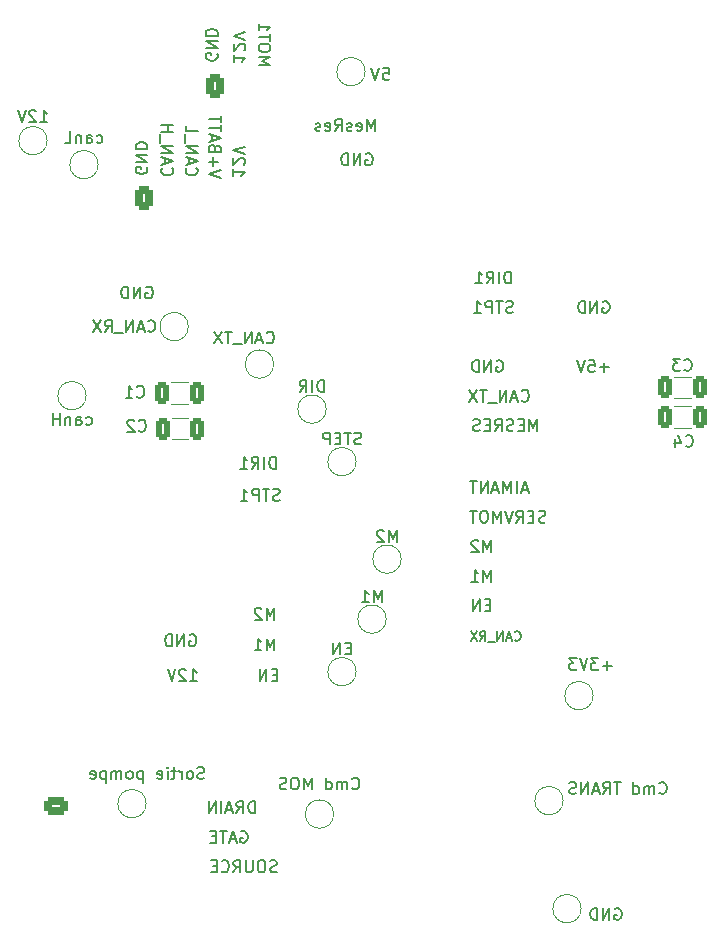
<source format=gbr>
%TF.GenerationSoftware,KiCad,Pcbnew,(6.0.0)*%
%TF.CreationDate,2022-05-13T11:53:07+02:00*%
%TF.ProjectId,Carte Actionneur petit robot JLC PCB,43617274-6520-4416-9374-696f6e6e6575,rev?*%
%TF.SameCoordinates,Original*%
%TF.FileFunction,Legend,Bot*%
%TF.FilePolarity,Positive*%
%FSLAX46Y46*%
G04 Gerber Fmt 4.6, Leading zero omitted, Abs format (unit mm)*
G04 Created by KiCad (PCBNEW (6.0.0)) date 2022-05-13 11:53:07*
%MOMM*%
%LPD*%
G01*
G04 APERTURE LIST*
G04 Aperture macros list*
%AMRoundRect*
0 Rectangle with rounded corners*
0 $1 Rounding radius*
0 $2 $3 $4 $5 $6 $7 $8 $9 X,Y pos of 4 corners*
0 Add a 4 corners polygon primitive as box body*
4,1,4,$2,$3,$4,$5,$6,$7,$8,$9,$2,$3,0*
0 Add four circle primitives for the rounded corners*
1,1,$1+$1,$2,$3*
1,1,$1+$1,$4,$5*
1,1,$1+$1,$6,$7*
1,1,$1+$1,$8,$9*
0 Add four rect primitives between the rounded corners*
20,1,$1+$1,$2,$3,$4,$5,0*
20,1,$1+$1,$4,$5,$6,$7,0*
20,1,$1+$1,$6,$7,$8,$9,0*
20,1,$1+$1,$8,$9,$2,$3,0*%
G04 Aperture macros list end*
%ADD10C,0.150000*%
%ADD11C,0.120000*%
%ADD12R,2.000000X2.000000*%
%ADD13O,2.000000X2.000000*%
%ADD14R,1.800000X1.800000*%
%ADD15O,1.800000X1.800000*%
%ADD16RoundRect,0.312500X-0.687500X0.437500X-0.687500X-0.437500X0.687500X-0.437500X0.687500X0.437500X0*%
%ADD17O,2.000000X1.500000*%
%ADD18RoundRect,0.312500X-0.437500X-0.687500X0.437500X-0.687500X0.437500X0.687500X-0.437500X0.687500X0*%
%ADD19O,1.500000X2.000000*%
%ADD20R,1.600000X1.600000*%
%ADD21O,1.600000X1.600000*%
%ADD22C,1.900000*%
%ADD23O,3.500000X3.500000*%
%ADD24C,1.600000*%
%ADD25C,2.000000*%
%ADD26R,2.000000X1.524000*%
%ADD27R,3.000000X1.050000*%
%ADD28O,3.000000X1.050000*%
%ADD29C,3.200000*%
%ADD30O,1.900000X1.900000*%
%ADD31RoundRect,0.250000X0.325000X0.650000X-0.325000X0.650000X-0.325000X-0.650000X0.325000X-0.650000X0*%
G04 APERTURE END LIST*
D10*
X164650714Y-132504761D02*
X164507857Y-132552380D01*
X164269761Y-132552380D01*
X164174523Y-132504761D01*
X164126904Y-132457142D01*
X164079285Y-132361904D01*
X164079285Y-132266666D01*
X164126904Y-132171428D01*
X164174523Y-132123809D01*
X164269761Y-132076190D01*
X164460238Y-132028571D01*
X164555476Y-131980952D01*
X164603095Y-131933333D01*
X164650714Y-131838095D01*
X164650714Y-131742857D01*
X164603095Y-131647619D01*
X164555476Y-131600000D01*
X164460238Y-131552380D01*
X164222142Y-131552380D01*
X164079285Y-131600000D01*
X163460238Y-131552380D02*
X163269761Y-131552380D01*
X163174523Y-131600000D01*
X163079285Y-131695238D01*
X163031666Y-131885714D01*
X163031666Y-132219047D01*
X163079285Y-132409523D01*
X163174523Y-132504761D01*
X163269761Y-132552380D01*
X163460238Y-132552380D01*
X163555476Y-132504761D01*
X163650714Y-132409523D01*
X163698333Y-132219047D01*
X163698333Y-131885714D01*
X163650714Y-131695238D01*
X163555476Y-131600000D01*
X163460238Y-131552380D01*
X162603095Y-131552380D02*
X162603095Y-132361904D01*
X162555476Y-132457142D01*
X162507857Y-132504761D01*
X162412619Y-132552380D01*
X162222142Y-132552380D01*
X162126904Y-132504761D01*
X162079285Y-132457142D01*
X162031666Y-132361904D01*
X162031666Y-131552380D01*
X160984047Y-132552380D02*
X161317380Y-132076190D01*
X161555476Y-132552380D02*
X161555476Y-131552380D01*
X161174523Y-131552380D01*
X161079285Y-131600000D01*
X161031666Y-131647619D01*
X160984047Y-131742857D01*
X160984047Y-131885714D01*
X161031666Y-131980952D01*
X161079285Y-132028571D01*
X161174523Y-132076190D01*
X161555476Y-132076190D01*
X159984047Y-132457142D02*
X160031666Y-132504761D01*
X160174523Y-132552380D01*
X160269761Y-132552380D01*
X160412619Y-132504761D01*
X160507857Y-132409523D01*
X160555476Y-132314285D01*
X160603095Y-132123809D01*
X160603095Y-131980952D01*
X160555476Y-131790476D01*
X160507857Y-131695238D01*
X160412619Y-131600000D01*
X160269761Y-131552380D01*
X160174523Y-131552380D01*
X160031666Y-131600000D01*
X159984047Y-131647619D01*
X159555476Y-132028571D02*
X159222142Y-132028571D01*
X159079285Y-132552380D02*
X159555476Y-132552380D01*
X159555476Y-131552380D01*
X159079285Y-131552380D01*
X158503333Y-124610761D02*
X158360476Y-124658380D01*
X158122380Y-124658380D01*
X158027142Y-124610761D01*
X157979523Y-124563142D01*
X157931904Y-124467904D01*
X157931904Y-124372666D01*
X157979523Y-124277428D01*
X158027142Y-124229809D01*
X158122380Y-124182190D01*
X158312857Y-124134571D01*
X158408095Y-124086952D01*
X158455714Y-124039333D01*
X158503333Y-123944095D01*
X158503333Y-123848857D01*
X158455714Y-123753619D01*
X158408095Y-123706000D01*
X158312857Y-123658380D01*
X158074761Y-123658380D01*
X157931904Y-123706000D01*
X157360476Y-124658380D02*
X157455714Y-124610761D01*
X157503333Y-124563142D01*
X157550952Y-124467904D01*
X157550952Y-124182190D01*
X157503333Y-124086952D01*
X157455714Y-124039333D01*
X157360476Y-123991714D01*
X157217619Y-123991714D01*
X157122380Y-124039333D01*
X157074761Y-124086952D01*
X157027142Y-124182190D01*
X157027142Y-124467904D01*
X157074761Y-124563142D01*
X157122380Y-124610761D01*
X157217619Y-124658380D01*
X157360476Y-124658380D01*
X156598571Y-124658380D02*
X156598571Y-123991714D01*
X156598571Y-124182190D02*
X156550952Y-124086952D01*
X156503333Y-124039333D01*
X156408095Y-123991714D01*
X156312857Y-123991714D01*
X156122380Y-123991714D02*
X155741428Y-123991714D01*
X155979523Y-123658380D02*
X155979523Y-124515523D01*
X155931904Y-124610761D01*
X155836666Y-124658380D01*
X155741428Y-124658380D01*
X155408095Y-124658380D02*
X155408095Y-123991714D01*
X155408095Y-123658380D02*
X155455714Y-123706000D01*
X155408095Y-123753619D01*
X155360476Y-123706000D01*
X155408095Y-123658380D01*
X155408095Y-123753619D01*
X154550952Y-124610761D02*
X154646190Y-124658380D01*
X154836666Y-124658380D01*
X154931904Y-124610761D01*
X154979523Y-124515523D01*
X154979523Y-124134571D01*
X154931904Y-124039333D01*
X154836666Y-123991714D01*
X154646190Y-123991714D01*
X154550952Y-124039333D01*
X154503333Y-124134571D01*
X154503333Y-124229809D01*
X154979523Y-124325047D01*
X153312857Y-123991714D02*
X153312857Y-124991714D01*
X153312857Y-124039333D02*
X153217619Y-123991714D01*
X153027142Y-123991714D01*
X152931904Y-124039333D01*
X152884285Y-124086952D01*
X152836666Y-124182190D01*
X152836666Y-124467904D01*
X152884285Y-124563142D01*
X152931904Y-124610761D01*
X153027142Y-124658380D01*
X153217619Y-124658380D01*
X153312857Y-124610761D01*
X152265238Y-124658380D02*
X152360476Y-124610761D01*
X152408095Y-124563142D01*
X152455714Y-124467904D01*
X152455714Y-124182190D01*
X152408095Y-124086952D01*
X152360476Y-124039333D01*
X152265238Y-123991714D01*
X152122380Y-123991714D01*
X152027142Y-124039333D01*
X151979523Y-124086952D01*
X151931904Y-124182190D01*
X151931904Y-124467904D01*
X151979523Y-124563142D01*
X152027142Y-124610761D01*
X152122380Y-124658380D01*
X152265238Y-124658380D01*
X151503333Y-124658380D02*
X151503333Y-123991714D01*
X151503333Y-124086952D02*
X151455714Y-124039333D01*
X151360476Y-123991714D01*
X151217619Y-123991714D01*
X151122380Y-124039333D01*
X151074761Y-124134571D01*
X151074761Y-124658380D01*
X151074761Y-124134571D02*
X151027142Y-124039333D01*
X150931904Y-123991714D01*
X150789047Y-123991714D01*
X150693809Y-124039333D01*
X150646190Y-124134571D01*
X150646190Y-124658380D01*
X150170000Y-123991714D02*
X150170000Y-124991714D01*
X150170000Y-124039333D02*
X150074761Y-123991714D01*
X149884285Y-123991714D01*
X149789047Y-124039333D01*
X149741428Y-124086952D01*
X149693809Y-124182190D01*
X149693809Y-124467904D01*
X149741428Y-124563142D01*
X149789047Y-124610761D01*
X149884285Y-124658380D01*
X150074761Y-124658380D01*
X150170000Y-124610761D01*
X148884285Y-124610761D02*
X148979523Y-124658380D01*
X149170000Y-124658380D01*
X149265238Y-124610761D01*
X149312857Y-124515523D01*
X149312857Y-124134571D01*
X149265238Y-124039333D01*
X149170000Y-123991714D01*
X148979523Y-123991714D01*
X148884285Y-124039333D01*
X148836666Y-124134571D01*
X148836666Y-124229809D01*
X149312857Y-124325047D01*
X164459523Y-113777380D02*
X164459523Y-112777380D01*
X164126190Y-113491666D01*
X163792857Y-112777380D01*
X163792857Y-113777380D01*
X162792857Y-113777380D02*
X163364285Y-113777380D01*
X163078571Y-113777380D02*
X163078571Y-112777380D01*
X163173809Y-112920238D01*
X163269047Y-113015476D01*
X163364285Y-113063095D01*
X182809523Y-107952380D02*
X182809523Y-106952380D01*
X182476190Y-107666666D01*
X182142857Y-106952380D01*
X182142857Y-107952380D01*
X181142857Y-107952380D02*
X181714285Y-107952380D01*
X181428571Y-107952380D02*
X181428571Y-106952380D01*
X181523809Y-107095238D01*
X181619047Y-107190476D01*
X181714285Y-107238095D01*
X153765000Y-86717142D02*
X153812619Y-86764761D01*
X153955476Y-86812380D01*
X154050714Y-86812380D01*
X154193571Y-86764761D01*
X154288809Y-86669523D01*
X154336428Y-86574285D01*
X154384047Y-86383809D01*
X154384047Y-86240952D01*
X154336428Y-86050476D01*
X154288809Y-85955238D01*
X154193571Y-85860000D01*
X154050714Y-85812380D01*
X153955476Y-85812380D01*
X153812619Y-85860000D01*
X153765000Y-85907619D01*
X153384047Y-86526666D02*
X152907857Y-86526666D01*
X153479285Y-86812380D02*
X153145952Y-85812380D01*
X152812619Y-86812380D01*
X152479285Y-86812380D02*
X152479285Y-85812380D01*
X151907857Y-86812380D01*
X151907857Y-85812380D01*
X151669761Y-86907619D02*
X150907857Y-86907619D01*
X150098333Y-86812380D02*
X150431666Y-86336190D01*
X150669761Y-86812380D02*
X150669761Y-85812380D01*
X150288809Y-85812380D01*
X150193571Y-85860000D01*
X150145952Y-85907619D01*
X150098333Y-86002857D01*
X150098333Y-86145714D01*
X150145952Y-86240952D01*
X150193571Y-86288571D01*
X150288809Y-86336190D01*
X150669761Y-86336190D01*
X149765000Y-85812380D02*
X149098333Y-86812380D01*
X149098333Y-85812380D02*
X149765000Y-86812380D01*
X164688095Y-115828571D02*
X164354761Y-115828571D01*
X164211904Y-116352380D02*
X164688095Y-116352380D01*
X164688095Y-115352380D01*
X164211904Y-115352380D01*
X163783333Y-116352380D02*
X163783333Y-115352380D01*
X163211904Y-116352380D01*
X163211904Y-115352380D01*
X160947619Y-73019047D02*
X160947619Y-73590476D01*
X160947619Y-73304761D02*
X161947619Y-73304761D01*
X161804761Y-73400000D01*
X161709523Y-73495238D01*
X161661904Y-73590476D01*
X161852380Y-72638095D02*
X161900000Y-72590476D01*
X161947619Y-72495238D01*
X161947619Y-72257142D01*
X161900000Y-72161904D01*
X161852380Y-72114285D01*
X161757142Y-72066666D01*
X161661904Y-72066666D01*
X161519047Y-72114285D01*
X160947619Y-72685714D01*
X160947619Y-72066666D01*
X161947619Y-71780952D02*
X160947619Y-71447619D01*
X161947619Y-71114285D01*
X173529523Y-109672380D02*
X173529523Y-108672380D01*
X173196190Y-109386666D01*
X172862857Y-108672380D01*
X172862857Y-109672380D01*
X171862857Y-109672380D02*
X172434285Y-109672380D01*
X172148571Y-109672380D02*
X172148571Y-108672380D01*
X172243809Y-108815238D01*
X172339047Y-108910476D01*
X172434285Y-108958095D01*
X173672476Y-64476380D02*
X174148666Y-64476380D01*
X174196285Y-64952571D01*
X174148666Y-64904952D01*
X174053428Y-64857333D01*
X173815333Y-64857333D01*
X173720095Y-64904952D01*
X173672476Y-64952571D01*
X173624857Y-65047809D01*
X173624857Y-65285904D01*
X173672476Y-65381142D01*
X173720095Y-65428761D01*
X173815333Y-65476380D01*
X174053428Y-65476380D01*
X174148666Y-65428761D01*
X174196285Y-65381142D01*
X173339142Y-64476380D02*
X173005809Y-65476380D01*
X172672476Y-64476380D01*
X163122619Y-64189285D02*
X164122619Y-64189285D01*
X163408333Y-63855952D01*
X164122619Y-63522619D01*
X163122619Y-63522619D01*
X164122619Y-62855952D02*
X164122619Y-62665476D01*
X164075000Y-62570238D01*
X163979761Y-62475000D01*
X163789285Y-62427380D01*
X163455952Y-62427380D01*
X163265476Y-62475000D01*
X163170238Y-62570238D01*
X163122619Y-62665476D01*
X163122619Y-62855952D01*
X163170238Y-62951190D01*
X163265476Y-63046428D01*
X163455952Y-63094047D01*
X163789285Y-63094047D01*
X163979761Y-63046428D01*
X164075000Y-62951190D01*
X164122619Y-62855952D01*
X164122619Y-62141666D02*
X164122619Y-61570238D01*
X163122619Y-61855952D02*
X164122619Y-61855952D01*
X163122619Y-60713095D02*
X163122619Y-61284523D01*
X163122619Y-60998809D02*
X164122619Y-60998809D01*
X163979761Y-61094047D01*
X163884523Y-61189285D01*
X163836904Y-61284523D01*
X161615000Y-129100000D02*
X161710238Y-129052380D01*
X161853095Y-129052380D01*
X161995952Y-129100000D01*
X162091190Y-129195238D01*
X162138809Y-129290476D01*
X162186428Y-129480952D01*
X162186428Y-129623809D01*
X162138809Y-129814285D01*
X162091190Y-129909523D01*
X161995952Y-130004761D01*
X161853095Y-130052380D01*
X161757857Y-130052380D01*
X161615000Y-130004761D01*
X161567380Y-129957142D01*
X161567380Y-129623809D01*
X161757857Y-129623809D01*
X161186428Y-129766666D02*
X160710238Y-129766666D01*
X161281666Y-130052380D02*
X160948333Y-129052380D01*
X160615000Y-130052380D01*
X160424523Y-129052380D02*
X159853095Y-129052380D01*
X160138809Y-130052380D02*
X160138809Y-129052380D01*
X159519761Y-129528571D02*
X159186428Y-129528571D01*
X159043571Y-130052380D02*
X159519761Y-130052380D01*
X159519761Y-129052380D01*
X159043571Y-129052380D01*
X185380952Y-92607142D02*
X185428571Y-92654761D01*
X185571428Y-92702380D01*
X185666666Y-92702380D01*
X185809523Y-92654761D01*
X185904761Y-92559523D01*
X185952380Y-92464285D01*
X186000000Y-92273809D01*
X186000000Y-92130952D01*
X185952380Y-91940476D01*
X185904761Y-91845238D01*
X185809523Y-91750000D01*
X185666666Y-91702380D01*
X185571428Y-91702380D01*
X185428571Y-91750000D01*
X185380952Y-91797619D01*
X185000000Y-92416666D02*
X184523809Y-92416666D01*
X185095238Y-92702380D02*
X184761904Y-91702380D01*
X184428571Y-92702380D01*
X184095238Y-92702380D02*
X184095238Y-91702380D01*
X183523809Y-92702380D01*
X183523809Y-91702380D01*
X183285714Y-92797619D02*
X182523809Y-92797619D01*
X182428571Y-91702380D02*
X181857142Y-91702380D01*
X182142857Y-92702380D02*
X182142857Y-91702380D01*
X181619047Y-91702380D02*
X180952380Y-92702380D01*
X180952380Y-91702380D02*
X181619047Y-92702380D01*
X153586904Y-83025000D02*
X153682142Y-82977380D01*
X153825000Y-82977380D01*
X153967857Y-83025000D01*
X154063095Y-83120238D01*
X154110714Y-83215476D01*
X154158333Y-83405952D01*
X154158333Y-83548809D01*
X154110714Y-83739285D01*
X154063095Y-83834523D01*
X153967857Y-83929761D01*
X153825000Y-83977380D01*
X153729761Y-83977380D01*
X153586904Y-83929761D01*
X153539285Y-83882142D01*
X153539285Y-83548809D01*
X153729761Y-83548809D01*
X153110714Y-83977380D02*
X153110714Y-82977380D01*
X152539285Y-83977380D01*
X152539285Y-82977380D01*
X152063095Y-83977380D02*
X152063095Y-82977380D01*
X151825000Y-82977380D01*
X151682142Y-83025000D01*
X151586904Y-83120238D01*
X151539285Y-83215476D01*
X151491666Y-83405952D01*
X151491666Y-83548809D01*
X151539285Y-83739285D01*
X151586904Y-83834523D01*
X151682142Y-83929761D01*
X151825000Y-83977380D01*
X152063095Y-83977380D01*
X184800000Y-112885714D02*
X184838095Y-112923809D01*
X184952380Y-112961904D01*
X185028571Y-112961904D01*
X185142857Y-112923809D01*
X185219047Y-112847619D01*
X185257142Y-112771428D01*
X185295238Y-112619047D01*
X185295238Y-112504761D01*
X185257142Y-112352380D01*
X185219047Y-112276190D01*
X185142857Y-112200000D01*
X185028571Y-112161904D01*
X184952380Y-112161904D01*
X184838095Y-112200000D01*
X184800000Y-112238095D01*
X184495238Y-112733333D02*
X184114285Y-112733333D01*
X184571428Y-112961904D02*
X184304761Y-112161904D01*
X184038095Y-112961904D01*
X183771428Y-112961904D02*
X183771428Y-112161904D01*
X183314285Y-112961904D01*
X183314285Y-112161904D01*
X183123809Y-113038095D02*
X182514285Y-113038095D01*
X181866666Y-112961904D02*
X182133333Y-112580952D01*
X182323809Y-112961904D02*
X182323809Y-112161904D01*
X182019047Y-112161904D01*
X181942857Y-112200000D01*
X181904761Y-112238095D01*
X181866666Y-112314285D01*
X181866666Y-112428571D01*
X181904761Y-112504761D01*
X181942857Y-112542857D01*
X182019047Y-112580952D01*
X182323809Y-112580952D01*
X181600000Y-112161904D02*
X181066666Y-112961904D01*
X181066666Y-112161904D02*
X181600000Y-112961904D01*
X164576190Y-98377380D02*
X164576190Y-97377380D01*
X164338095Y-97377380D01*
X164195238Y-97425000D01*
X164100000Y-97520238D01*
X164052380Y-97615476D01*
X164004761Y-97805952D01*
X164004761Y-97948809D01*
X164052380Y-98139285D01*
X164100000Y-98234523D01*
X164195238Y-98329761D01*
X164338095Y-98377380D01*
X164576190Y-98377380D01*
X163576190Y-98377380D02*
X163576190Y-97377380D01*
X162528571Y-98377380D02*
X162861904Y-97901190D01*
X163100000Y-98377380D02*
X163100000Y-97377380D01*
X162719047Y-97377380D01*
X162623809Y-97425000D01*
X162576190Y-97472619D01*
X162528571Y-97567857D01*
X162528571Y-97710714D01*
X162576190Y-97805952D01*
X162623809Y-97853571D01*
X162719047Y-97901190D01*
X163100000Y-97901190D01*
X161576190Y-98377380D02*
X162147619Y-98377380D01*
X161861904Y-98377380D02*
X161861904Y-97377380D01*
X161957142Y-97520238D01*
X162052380Y-97615476D01*
X162147619Y-97663095D01*
X193011904Y-115071428D02*
X192250000Y-115071428D01*
X192630952Y-115452380D02*
X192630952Y-114690476D01*
X191869047Y-114452380D02*
X191250000Y-114452380D01*
X191583333Y-114833333D01*
X191440476Y-114833333D01*
X191345238Y-114880952D01*
X191297619Y-114928571D01*
X191250000Y-115023809D01*
X191250000Y-115261904D01*
X191297619Y-115357142D01*
X191345238Y-115404761D01*
X191440476Y-115452380D01*
X191726190Y-115452380D01*
X191821428Y-115404761D01*
X191869047Y-115357142D01*
X190964285Y-114452380D02*
X190630952Y-115452380D01*
X190297619Y-114452380D01*
X190059523Y-114452380D02*
X189440476Y-114452380D01*
X189773809Y-114833333D01*
X189630952Y-114833333D01*
X189535714Y-114880952D01*
X189488095Y-114928571D01*
X189440476Y-115023809D01*
X189440476Y-115261904D01*
X189488095Y-115357142D01*
X189535714Y-115404761D01*
X189630952Y-115452380D01*
X189916666Y-115452380D01*
X190011904Y-115404761D01*
X190059523Y-115357142D01*
X154992857Y-72947619D02*
X154945238Y-72995238D01*
X154897619Y-73138095D01*
X154897619Y-73233333D01*
X154945238Y-73376190D01*
X155040476Y-73471428D01*
X155135714Y-73519047D01*
X155326190Y-73566666D01*
X155469047Y-73566666D01*
X155659523Y-73519047D01*
X155754761Y-73471428D01*
X155850000Y-73376190D01*
X155897619Y-73233333D01*
X155897619Y-73138095D01*
X155850000Y-72995238D01*
X155802380Y-72947619D01*
X155183333Y-72566666D02*
X155183333Y-72090476D01*
X154897619Y-72661904D02*
X155897619Y-72328571D01*
X154897619Y-71995238D01*
X154897619Y-71661904D02*
X155897619Y-71661904D01*
X154897619Y-71090476D01*
X155897619Y-71090476D01*
X154802380Y-70852380D02*
X154802380Y-70090476D01*
X154897619Y-69852380D02*
X155897619Y-69852380D01*
X155421428Y-69852380D02*
X155421428Y-69280952D01*
X154897619Y-69280952D02*
X155897619Y-69280952D01*
X192261904Y-84250000D02*
X192357142Y-84202380D01*
X192500000Y-84202380D01*
X192642857Y-84250000D01*
X192738095Y-84345238D01*
X192785714Y-84440476D01*
X192833333Y-84630952D01*
X192833333Y-84773809D01*
X192785714Y-84964285D01*
X192738095Y-85059523D01*
X192642857Y-85154761D01*
X192500000Y-85202380D01*
X192404761Y-85202380D01*
X192261904Y-85154761D01*
X192214285Y-85107142D01*
X192214285Y-84773809D01*
X192404761Y-84773809D01*
X191785714Y-85202380D02*
X191785714Y-84202380D01*
X191214285Y-85202380D01*
X191214285Y-84202380D01*
X190738095Y-85202380D02*
X190738095Y-84202380D01*
X190500000Y-84202380D01*
X190357142Y-84250000D01*
X190261904Y-84345238D01*
X190214285Y-84440476D01*
X190166666Y-84630952D01*
X190166666Y-84773809D01*
X190214285Y-84964285D01*
X190261904Y-85059523D01*
X190357142Y-85154761D01*
X190500000Y-85202380D01*
X190738095Y-85202380D01*
X144637047Y-69032380D02*
X145208476Y-69032380D01*
X144922761Y-69032380D02*
X144922761Y-68032380D01*
X145018000Y-68175238D01*
X145113238Y-68270476D01*
X145208476Y-68318095D01*
X144256095Y-68127619D02*
X144208476Y-68080000D01*
X144113238Y-68032380D01*
X143875142Y-68032380D01*
X143779904Y-68080000D01*
X143732285Y-68127619D01*
X143684666Y-68222857D01*
X143684666Y-68318095D01*
X143732285Y-68460952D01*
X144303714Y-69032380D01*
X143684666Y-69032380D01*
X143398952Y-68032380D02*
X143065619Y-69032380D01*
X142732285Y-68032380D01*
X192785714Y-89821428D02*
X192023809Y-89821428D01*
X192404761Y-90202380D02*
X192404761Y-89440476D01*
X191071428Y-89202380D02*
X191547619Y-89202380D01*
X191595238Y-89678571D01*
X191547619Y-89630952D01*
X191452380Y-89583333D01*
X191214285Y-89583333D01*
X191119047Y-89630952D01*
X191071428Y-89678571D01*
X191023809Y-89773809D01*
X191023809Y-90011904D01*
X191071428Y-90107142D01*
X191119047Y-90154761D01*
X191214285Y-90202380D01*
X191452380Y-90202380D01*
X191547619Y-90154761D01*
X191595238Y-90107142D01*
X190738095Y-89202380D02*
X190404761Y-90202380D01*
X190071428Y-89202380D01*
X174799523Y-104592380D02*
X174799523Y-103592380D01*
X174466190Y-104306666D01*
X174132857Y-103592380D01*
X174132857Y-104592380D01*
X173704285Y-103687619D02*
X173656666Y-103640000D01*
X173561428Y-103592380D01*
X173323333Y-103592380D01*
X173228095Y-103640000D01*
X173180476Y-103687619D01*
X173132857Y-103782857D01*
X173132857Y-103878095D01*
X173180476Y-104020952D01*
X173751904Y-104592380D01*
X173132857Y-104592380D01*
X157286904Y-112475000D02*
X157382142Y-112427380D01*
X157525000Y-112427380D01*
X157667857Y-112475000D01*
X157763095Y-112570238D01*
X157810714Y-112665476D01*
X157858333Y-112855952D01*
X157858333Y-112998809D01*
X157810714Y-113189285D01*
X157763095Y-113284523D01*
X157667857Y-113379761D01*
X157525000Y-113427380D01*
X157429761Y-113427380D01*
X157286904Y-113379761D01*
X157239285Y-113332142D01*
X157239285Y-112998809D01*
X157429761Y-112998809D01*
X156810714Y-113427380D02*
X156810714Y-112427380D01*
X156239285Y-113427380D01*
X156239285Y-112427380D01*
X155763095Y-113427380D02*
X155763095Y-112427380D01*
X155525000Y-112427380D01*
X155382142Y-112475000D01*
X155286904Y-112570238D01*
X155239285Y-112665476D01*
X155191666Y-112855952D01*
X155191666Y-112998809D01*
X155239285Y-113189285D01*
X155286904Y-113284523D01*
X155382142Y-113379761D01*
X155525000Y-113427380D01*
X155763095Y-113427380D01*
X187392857Y-102904761D02*
X187250000Y-102952380D01*
X187011904Y-102952380D01*
X186916666Y-102904761D01*
X186869047Y-102857142D01*
X186821428Y-102761904D01*
X186821428Y-102666666D01*
X186869047Y-102571428D01*
X186916666Y-102523809D01*
X187011904Y-102476190D01*
X187202380Y-102428571D01*
X187297619Y-102380952D01*
X187345238Y-102333333D01*
X187392857Y-102238095D01*
X187392857Y-102142857D01*
X187345238Y-102047619D01*
X187297619Y-102000000D01*
X187202380Y-101952380D01*
X186964285Y-101952380D01*
X186821428Y-102000000D01*
X186392857Y-102428571D02*
X186059523Y-102428571D01*
X185916666Y-102952380D02*
X186392857Y-102952380D01*
X186392857Y-101952380D01*
X185916666Y-101952380D01*
X184916666Y-102952380D02*
X185250000Y-102476190D01*
X185488095Y-102952380D02*
X185488095Y-101952380D01*
X185107142Y-101952380D01*
X185011904Y-102000000D01*
X184964285Y-102047619D01*
X184916666Y-102142857D01*
X184916666Y-102285714D01*
X184964285Y-102380952D01*
X185011904Y-102428571D01*
X185107142Y-102476190D01*
X185488095Y-102476190D01*
X184630952Y-101952380D02*
X184297619Y-102952380D01*
X183964285Y-101952380D01*
X183630952Y-102952380D02*
X183630952Y-101952380D01*
X183297619Y-102666666D01*
X182964285Y-101952380D01*
X182964285Y-102952380D01*
X182297619Y-101952380D02*
X182107142Y-101952380D01*
X182011904Y-102000000D01*
X181916666Y-102095238D01*
X181869047Y-102285714D01*
X181869047Y-102619047D01*
X181916666Y-102809523D01*
X182011904Y-102904761D01*
X182107142Y-102952380D01*
X182297619Y-102952380D01*
X182392857Y-102904761D01*
X182488095Y-102809523D01*
X182535714Y-102619047D01*
X182535714Y-102285714D01*
X182488095Y-102095238D01*
X182392857Y-102000000D01*
X182297619Y-101952380D01*
X181583333Y-101952380D02*
X181011904Y-101952380D01*
X181297619Y-102952380D02*
X181297619Y-101952380D01*
X162817380Y-127552380D02*
X162817380Y-126552380D01*
X162579285Y-126552380D01*
X162436428Y-126600000D01*
X162341190Y-126695238D01*
X162293571Y-126790476D01*
X162245952Y-126980952D01*
X162245952Y-127123809D01*
X162293571Y-127314285D01*
X162341190Y-127409523D01*
X162436428Y-127504761D01*
X162579285Y-127552380D01*
X162817380Y-127552380D01*
X161245952Y-127552380D02*
X161579285Y-127076190D01*
X161817380Y-127552380D02*
X161817380Y-126552380D01*
X161436428Y-126552380D01*
X161341190Y-126600000D01*
X161293571Y-126647619D01*
X161245952Y-126742857D01*
X161245952Y-126885714D01*
X161293571Y-126980952D01*
X161341190Y-127028571D01*
X161436428Y-127076190D01*
X161817380Y-127076190D01*
X160865000Y-127266666D02*
X160388809Y-127266666D01*
X160960238Y-127552380D02*
X160626904Y-126552380D01*
X160293571Y-127552380D01*
X159960238Y-127552380D02*
X159960238Y-126552380D01*
X159484047Y-127552380D02*
X159484047Y-126552380D01*
X158912619Y-127552380D01*
X158912619Y-126552380D01*
X153650000Y-72861904D02*
X153697619Y-72957142D01*
X153697619Y-73100000D01*
X153650000Y-73242857D01*
X153554761Y-73338095D01*
X153459523Y-73385714D01*
X153269047Y-73433333D01*
X153126190Y-73433333D01*
X152935714Y-73385714D01*
X152840476Y-73338095D01*
X152745238Y-73242857D01*
X152697619Y-73100000D01*
X152697619Y-73004761D01*
X152745238Y-72861904D01*
X152792857Y-72814285D01*
X153126190Y-72814285D01*
X153126190Y-73004761D01*
X152697619Y-72385714D02*
X153697619Y-72385714D01*
X152697619Y-71814285D01*
X153697619Y-71814285D01*
X152697619Y-71338095D02*
X153697619Y-71338095D01*
X153697619Y-71100000D01*
X153650000Y-70957142D01*
X153554761Y-70861904D01*
X153459523Y-70814285D01*
X153269047Y-70766666D01*
X153126190Y-70766666D01*
X152935714Y-70814285D01*
X152840476Y-70861904D01*
X152745238Y-70957142D01*
X152697619Y-71100000D01*
X152697619Y-71338095D01*
X164892857Y-101054761D02*
X164750000Y-101102380D01*
X164511904Y-101102380D01*
X164416666Y-101054761D01*
X164369047Y-101007142D01*
X164321428Y-100911904D01*
X164321428Y-100816666D01*
X164369047Y-100721428D01*
X164416666Y-100673809D01*
X164511904Y-100626190D01*
X164702380Y-100578571D01*
X164797619Y-100530952D01*
X164845238Y-100483333D01*
X164892857Y-100388095D01*
X164892857Y-100292857D01*
X164845238Y-100197619D01*
X164797619Y-100150000D01*
X164702380Y-100102380D01*
X164464285Y-100102380D01*
X164321428Y-100150000D01*
X164035714Y-100102380D02*
X163464285Y-100102380D01*
X163750000Y-101102380D02*
X163750000Y-100102380D01*
X163130952Y-101102380D02*
X163130952Y-100102380D01*
X162750000Y-100102380D01*
X162654761Y-100150000D01*
X162607142Y-100197619D01*
X162559523Y-100292857D01*
X162559523Y-100435714D01*
X162607142Y-100530952D01*
X162654761Y-100578571D01*
X162750000Y-100626190D01*
X163130952Y-100626190D01*
X161607142Y-101102380D02*
X162178571Y-101102380D01*
X161892857Y-101102380D02*
X161892857Y-100102380D01*
X161988095Y-100245238D01*
X162083333Y-100340476D01*
X162178571Y-100388095D01*
X184476190Y-82702380D02*
X184476190Y-81702380D01*
X184238095Y-81702380D01*
X184095238Y-81750000D01*
X184000000Y-81845238D01*
X183952380Y-81940476D01*
X183904761Y-82130952D01*
X183904761Y-82273809D01*
X183952380Y-82464285D01*
X184000000Y-82559523D01*
X184095238Y-82654761D01*
X184238095Y-82702380D01*
X184476190Y-82702380D01*
X183476190Y-82702380D02*
X183476190Y-81702380D01*
X182428571Y-82702380D02*
X182761904Y-82226190D01*
X183000000Y-82702380D02*
X183000000Y-81702380D01*
X182619047Y-81702380D01*
X182523809Y-81750000D01*
X182476190Y-81797619D01*
X182428571Y-81892857D01*
X182428571Y-82035714D01*
X182476190Y-82130952D01*
X182523809Y-82178571D01*
X182619047Y-82226190D01*
X183000000Y-82226190D01*
X181476190Y-82702380D02*
X182047619Y-82702380D01*
X181761904Y-82702380D02*
X181761904Y-81702380D01*
X181857142Y-81845238D01*
X181952380Y-81940476D01*
X182047619Y-81988095D01*
X171799047Y-96289761D02*
X171656190Y-96337380D01*
X171418095Y-96337380D01*
X171322857Y-96289761D01*
X171275238Y-96242142D01*
X171227619Y-96146904D01*
X171227619Y-96051666D01*
X171275238Y-95956428D01*
X171322857Y-95908809D01*
X171418095Y-95861190D01*
X171608571Y-95813571D01*
X171703809Y-95765952D01*
X171751428Y-95718333D01*
X171799047Y-95623095D01*
X171799047Y-95527857D01*
X171751428Y-95432619D01*
X171703809Y-95385000D01*
X171608571Y-95337380D01*
X171370476Y-95337380D01*
X171227619Y-95385000D01*
X170941904Y-95337380D02*
X170370476Y-95337380D01*
X170656190Y-96337380D02*
X170656190Y-95337380D01*
X170037142Y-95813571D02*
X169703809Y-95813571D01*
X169560952Y-96337380D02*
X170037142Y-96337380D01*
X170037142Y-95337380D01*
X169560952Y-95337380D01*
X169132380Y-96337380D02*
X169132380Y-95337380D01*
X168751428Y-95337380D01*
X168656190Y-95385000D01*
X168608571Y-95432619D01*
X168560952Y-95527857D01*
X168560952Y-95670714D01*
X168608571Y-95765952D01*
X168656190Y-95813571D01*
X168751428Y-95861190D01*
X169132380Y-95861190D01*
X182809523Y-105452380D02*
X182809523Y-104452380D01*
X182476190Y-105166666D01*
X182142857Y-104452380D01*
X182142857Y-105452380D01*
X181714285Y-104547619D02*
X181666666Y-104500000D01*
X181571428Y-104452380D01*
X181333333Y-104452380D01*
X181238095Y-104500000D01*
X181190476Y-104547619D01*
X181142857Y-104642857D01*
X181142857Y-104738095D01*
X181190476Y-104880952D01*
X181761904Y-105452380D01*
X181142857Y-105452380D01*
X163805952Y-87682142D02*
X163853571Y-87729761D01*
X163996428Y-87777380D01*
X164091666Y-87777380D01*
X164234523Y-87729761D01*
X164329761Y-87634523D01*
X164377380Y-87539285D01*
X164425000Y-87348809D01*
X164425000Y-87205952D01*
X164377380Y-87015476D01*
X164329761Y-86920238D01*
X164234523Y-86825000D01*
X164091666Y-86777380D01*
X163996428Y-86777380D01*
X163853571Y-86825000D01*
X163805952Y-86872619D01*
X163425000Y-87491666D02*
X162948809Y-87491666D01*
X163520238Y-87777380D02*
X163186904Y-86777380D01*
X162853571Y-87777380D01*
X162520238Y-87777380D02*
X162520238Y-86777380D01*
X161948809Y-87777380D01*
X161948809Y-86777380D01*
X161710714Y-87872619D02*
X160948809Y-87872619D01*
X160853571Y-86777380D02*
X160282142Y-86777380D01*
X160567857Y-87777380D02*
X160567857Y-86777380D01*
X160044047Y-86777380D02*
X159377380Y-87777380D01*
X159377380Y-86777380D02*
X160044047Y-87777380D01*
X183261904Y-89250000D02*
X183357142Y-89202380D01*
X183500000Y-89202380D01*
X183642857Y-89250000D01*
X183738095Y-89345238D01*
X183785714Y-89440476D01*
X183833333Y-89630952D01*
X183833333Y-89773809D01*
X183785714Y-89964285D01*
X183738095Y-90059523D01*
X183642857Y-90154761D01*
X183500000Y-90202380D01*
X183404761Y-90202380D01*
X183261904Y-90154761D01*
X183214285Y-90107142D01*
X183214285Y-89773809D01*
X183404761Y-89773809D01*
X182785714Y-90202380D02*
X182785714Y-89202380D01*
X182214285Y-90202380D01*
X182214285Y-89202380D01*
X181738095Y-90202380D02*
X181738095Y-89202380D01*
X181500000Y-89202380D01*
X181357142Y-89250000D01*
X181261904Y-89345238D01*
X181214285Y-89440476D01*
X181166666Y-89630952D01*
X181166666Y-89773809D01*
X181214285Y-89964285D01*
X181261904Y-90059523D01*
X181357142Y-90154761D01*
X181500000Y-90202380D01*
X181738095Y-90202380D01*
X172950000Y-69802380D02*
X172950000Y-68802380D01*
X172616666Y-69516666D01*
X172283333Y-68802380D01*
X172283333Y-69802380D01*
X171426190Y-69754761D02*
X171521428Y-69802380D01*
X171711904Y-69802380D01*
X171807142Y-69754761D01*
X171854761Y-69659523D01*
X171854761Y-69278571D01*
X171807142Y-69183333D01*
X171711904Y-69135714D01*
X171521428Y-69135714D01*
X171426190Y-69183333D01*
X171378571Y-69278571D01*
X171378571Y-69373809D01*
X171854761Y-69469047D01*
X170997619Y-69754761D02*
X170902380Y-69802380D01*
X170711904Y-69802380D01*
X170616666Y-69754761D01*
X170569047Y-69659523D01*
X170569047Y-69611904D01*
X170616666Y-69516666D01*
X170711904Y-69469047D01*
X170854761Y-69469047D01*
X170950000Y-69421428D01*
X170997619Y-69326190D01*
X170997619Y-69278571D01*
X170950000Y-69183333D01*
X170854761Y-69135714D01*
X170711904Y-69135714D01*
X170616666Y-69183333D01*
X169569047Y-69802380D02*
X169902380Y-69326190D01*
X170140476Y-69802380D02*
X170140476Y-68802380D01*
X169759523Y-68802380D01*
X169664285Y-68850000D01*
X169616666Y-68897619D01*
X169569047Y-68992857D01*
X169569047Y-69135714D01*
X169616666Y-69230952D01*
X169664285Y-69278571D01*
X169759523Y-69326190D01*
X170140476Y-69326190D01*
X168759523Y-69754761D02*
X168854761Y-69802380D01*
X169045238Y-69802380D01*
X169140476Y-69754761D01*
X169188095Y-69659523D01*
X169188095Y-69278571D01*
X169140476Y-69183333D01*
X169045238Y-69135714D01*
X168854761Y-69135714D01*
X168759523Y-69183333D01*
X168711904Y-69278571D01*
X168711904Y-69373809D01*
X169188095Y-69469047D01*
X168330952Y-69754761D02*
X168235714Y-69802380D01*
X168045238Y-69802380D01*
X167950000Y-69754761D01*
X167902380Y-69659523D01*
X167902380Y-69611904D01*
X167950000Y-69516666D01*
X168045238Y-69469047D01*
X168188095Y-69469047D01*
X168283333Y-69421428D01*
X168330952Y-69326190D01*
X168330952Y-69278571D01*
X168283333Y-69183333D01*
X168188095Y-69135714D01*
X168045238Y-69135714D01*
X167950000Y-69183333D01*
X157319047Y-116377380D02*
X157890476Y-116377380D01*
X157604761Y-116377380D02*
X157604761Y-115377380D01*
X157700000Y-115520238D01*
X157795238Y-115615476D01*
X157890476Y-115663095D01*
X156938095Y-115472619D02*
X156890476Y-115425000D01*
X156795238Y-115377380D01*
X156557142Y-115377380D01*
X156461904Y-115425000D01*
X156414285Y-115472619D01*
X156366666Y-115567857D01*
X156366666Y-115663095D01*
X156414285Y-115805952D01*
X156985714Y-116377380D01*
X156366666Y-116377380D01*
X156080952Y-115377380D02*
X155747619Y-116377380D01*
X155414285Y-115377380D01*
X160997619Y-63344047D02*
X160997619Y-63915476D01*
X160997619Y-63629761D02*
X161997619Y-63629761D01*
X161854761Y-63725000D01*
X161759523Y-63820238D01*
X161711904Y-63915476D01*
X161902380Y-62963095D02*
X161950000Y-62915476D01*
X161997619Y-62820238D01*
X161997619Y-62582142D01*
X161950000Y-62486904D01*
X161902380Y-62439285D01*
X161807142Y-62391666D01*
X161711904Y-62391666D01*
X161569047Y-62439285D01*
X160997619Y-63010714D01*
X160997619Y-62391666D01*
X161997619Y-62105952D02*
X160997619Y-61772619D01*
X161997619Y-61439285D01*
X172211904Y-71750000D02*
X172307142Y-71702380D01*
X172450000Y-71702380D01*
X172592857Y-71750000D01*
X172688095Y-71845238D01*
X172735714Y-71940476D01*
X172783333Y-72130952D01*
X172783333Y-72273809D01*
X172735714Y-72464285D01*
X172688095Y-72559523D01*
X172592857Y-72654761D01*
X172450000Y-72702380D01*
X172354761Y-72702380D01*
X172211904Y-72654761D01*
X172164285Y-72607142D01*
X172164285Y-72273809D01*
X172354761Y-72273809D01*
X171735714Y-72702380D02*
X171735714Y-71702380D01*
X171164285Y-72702380D01*
X171164285Y-71702380D01*
X170688095Y-72702380D02*
X170688095Y-71702380D01*
X170450000Y-71702380D01*
X170307142Y-71750000D01*
X170211904Y-71845238D01*
X170164285Y-71940476D01*
X170116666Y-72130952D01*
X170116666Y-72273809D01*
X170164285Y-72464285D01*
X170211904Y-72559523D01*
X170307142Y-72654761D01*
X170450000Y-72702380D01*
X170688095Y-72702380D01*
X170918095Y-113593571D02*
X170584761Y-113593571D01*
X170441904Y-114117380D02*
X170918095Y-114117380D01*
X170918095Y-113117380D01*
X170441904Y-113117380D01*
X170013333Y-114117380D02*
X170013333Y-113117380D01*
X169441904Y-114117380D01*
X169441904Y-113117380D01*
X171036904Y-125452142D02*
X171084523Y-125499761D01*
X171227380Y-125547380D01*
X171322619Y-125547380D01*
X171465476Y-125499761D01*
X171560714Y-125404523D01*
X171608333Y-125309285D01*
X171655952Y-125118809D01*
X171655952Y-124975952D01*
X171608333Y-124785476D01*
X171560714Y-124690238D01*
X171465476Y-124595000D01*
X171322619Y-124547380D01*
X171227380Y-124547380D01*
X171084523Y-124595000D01*
X171036904Y-124642619D01*
X170608333Y-125547380D02*
X170608333Y-124880714D01*
X170608333Y-124975952D02*
X170560714Y-124928333D01*
X170465476Y-124880714D01*
X170322619Y-124880714D01*
X170227380Y-124928333D01*
X170179761Y-125023571D01*
X170179761Y-125547380D01*
X170179761Y-125023571D02*
X170132142Y-124928333D01*
X170036904Y-124880714D01*
X169894047Y-124880714D01*
X169798809Y-124928333D01*
X169751190Y-125023571D01*
X169751190Y-125547380D01*
X168846428Y-125547380D02*
X168846428Y-124547380D01*
X168846428Y-125499761D02*
X168941666Y-125547380D01*
X169132142Y-125547380D01*
X169227380Y-125499761D01*
X169275000Y-125452142D01*
X169322619Y-125356904D01*
X169322619Y-125071190D01*
X169275000Y-124975952D01*
X169227380Y-124928333D01*
X169132142Y-124880714D01*
X168941666Y-124880714D01*
X168846428Y-124928333D01*
X167608333Y-125547380D02*
X167608333Y-124547380D01*
X167275000Y-125261666D01*
X166941666Y-124547380D01*
X166941666Y-125547380D01*
X166275000Y-124547380D02*
X166084523Y-124547380D01*
X165989285Y-124595000D01*
X165894047Y-124690238D01*
X165846428Y-124880714D01*
X165846428Y-125214047D01*
X165894047Y-125404523D01*
X165989285Y-125499761D01*
X166084523Y-125547380D01*
X166275000Y-125547380D01*
X166370238Y-125499761D01*
X166465476Y-125404523D01*
X166513095Y-125214047D01*
X166513095Y-124880714D01*
X166465476Y-124690238D01*
X166370238Y-124595000D01*
X166275000Y-124547380D01*
X165465476Y-125499761D02*
X165322619Y-125547380D01*
X165084523Y-125547380D01*
X164989285Y-125499761D01*
X164941666Y-125452142D01*
X164894047Y-125356904D01*
X164894047Y-125261666D01*
X164941666Y-125166428D01*
X164989285Y-125118809D01*
X165084523Y-125071190D01*
X165275000Y-125023571D01*
X165370238Y-124975952D01*
X165417857Y-124928333D01*
X165465476Y-124833095D01*
X165465476Y-124737857D01*
X165417857Y-124642619D01*
X165370238Y-124595000D01*
X165275000Y-124547380D01*
X165036904Y-124547380D01*
X164894047Y-124595000D01*
X149407428Y-70762761D02*
X149502666Y-70810380D01*
X149693142Y-70810380D01*
X149788380Y-70762761D01*
X149836000Y-70715142D01*
X149883619Y-70619904D01*
X149883619Y-70334190D01*
X149836000Y-70238952D01*
X149788380Y-70191333D01*
X149693142Y-70143714D01*
X149502666Y-70143714D01*
X149407428Y-70191333D01*
X148550285Y-70810380D02*
X148550285Y-70286571D01*
X148597904Y-70191333D01*
X148693142Y-70143714D01*
X148883619Y-70143714D01*
X148978857Y-70191333D01*
X148550285Y-70762761D02*
X148645523Y-70810380D01*
X148883619Y-70810380D01*
X148978857Y-70762761D01*
X149026476Y-70667523D01*
X149026476Y-70572285D01*
X148978857Y-70477047D01*
X148883619Y-70429428D01*
X148645523Y-70429428D01*
X148550285Y-70381809D01*
X148074095Y-70143714D02*
X148074095Y-70810380D01*
X148074095Y-70238952D02*
X148026476Y-70191333D01*
X147931238Y-70143714D01*
X147788380Y-70143714D01*
X147693142Y-70191333D01*
X147645523Y-70286571D01*
X147645523Y-70810380D01*
X146693142Y-70810380D02*
X147169333Y-70810380D01*
X147169333Y-69810380D01*
X182738095Y-109928571D02*
X182404761Y-109928571D01*
X182261904Y-110452380D02*
X182738095Y-110452380D01*
X182738095Y-109452380D01*
X182261904Y-109452380D01*
X181833333Y-110452380D02*
X181833333Y-109452380D01*
X181261904Y-110452380D01*
X181261904Y-109452380D01*
X185880952Y-100166666D02*
X185404761Y-100166666D01*
X185976190Y-100452380D02*
X185642857Y-99452380D01*
X185309523Y-100452380D01*
X184976190Y-100452380D02*
X184976190Y-99452380D01*
X184500000Y-100452380D02*
X184500000Y-99452380D01*
X184166666Y-100166666D01*
X183833333Y-99452380D01*
X183833333Y-100452380D01*
X183404761Y-100166666D02*
X182928571Y-100166666D01*
X183500000Y-100452380D02*
X183166666Y-99452380D01*
X182833333Y-100452380D01*
X182500000Y-100452380D02*
X182500000Y-99452380D01*
X181928571Y-100452380D01*
X181928571Y-99452380D01*
X181595238Y-99452380D02*
X181023809Y-99452380D01*
X181309523Y-100452380D02*
X181309523Y-99452380D01*
X148510476Y-94638761D02*
X148605714Y-94686380D01*
X148796190Y-94686380D01*
X148891428Y-94638761D01*
X148939047Y-94591142D01*
X148986666Y-94495904D01*
X148986666Y-94210190D01*
X148939047Y-94114952D01*
X148891428Y-94067333D01*
X148796190Y-94019714D01*
X148605714Y-94019714D01*
X148510476Y-94067333D01*
X147653333Y-94686380D02*
X147653333Y-94162571D01*
X147700952Y-94067333D01*
X147796190Y-94019714D01*
X147986666Y-94019714D01*
X148081904Y-94067333D01*
X147653333Y-94638761D02*
X147748571Y-94686380D01*
X147986666Y-94686380D01*
X148081904Y-94638761D01*
X148129523Y-94543523D01*
X148129523Y-94448285D01*
X148081904Y-94353047D01*
X147986666Y-94305428D01*
X147748571Y-94305428D01*
X147653333Y-94257809D01*
X147177142Y-94019714D02*
X147177142Y-94686380D01*
X147177142Y-94114952D02*
X147129523Y-94067333D01*
X147034285Y-94019714D01*
X146891428Y-94019714D01*
X146796190Y-94067333D01*
X146748571Y-94162571D01*
X146748571Y-94686380D01*
X146272380Y-94686380D02*
X146272380Y-93686380D01*
X146272380Y-94162571D02*
X145700952Y-94162571D01*
X145700952Y-94686380D02*
X145700952Y-93686380D01*
X168640000Y-91892380D02*
X168640000Y-90892380D01*
X168401904Y-90892380D01*
X168259047Y-90940000D01*
X168163809Y-91035238D01*
X168116190Y-91130476D01*
X168068571Y-91320952D01*
X168068571Y-91463809D01*
X168116190Y-91654285D01*
X168163809Y-91749523D01*
X168259047Y-91844761D01*
X168401904Y-91892380D01*
X168640000Y-91892380D01*
X167640000Y-91892380D02*
X167640000Y-90892380D01*
X166592380Y-91892380D02*
X166925714Y-91416190D01*
X167163809Y-91892380D02*
X167163809Y-90892380D01*
X166782857Y-90892380D01*
X166687619Y-90940000D01*
X166640000Y-90987619D01*
X166592380Y-91082857D01*
X166592380Y-91225714D01*
X166640000Y-91320952D01*
X166687619Y-91368571D01*
X166782857Y-91416190D01*
X167163809Y-91416190D01*
X164459523Y-111177380D02*
X164459523Y-110177380D01*
X164126190Y-110891666D01*
X163792857Y-110177380D01*
X163792857Y-111177380D01*
X163364285Y-110272619D02*
X163316666Y-110225000D01*
X163221428Y-110177380D01*
X162983333Y-110177380D01*
X162888095Y-110225000D01*
X162840476Y-110272619D01*
X162792857Y-110367857D01*
X162792857Y-110463095D01*
X162840476Y-110605952D01*
X163411904Y-111177380D01*
X162792857Y-111177380D01*
X193293904Y-135644000D02*
X193389142Y-135596380D01*
X193532000Y-135596380D01*
X193674857Y-135644000D01*
X193770095Y-135739238D01*
X193817714Y-135834476D01*
X193865333Y-136024952D01*
X193865333Y-136167809D01*
X193817714Y-136358285D01*
X193770095Y-136453523D01*
X193674857Y-136548761D01*
X193532000Y-136596380D01*
X193436761Y-136596380D01*
X193293904Y-136548761D01*
X193246285Y-136501142D01*
X193246285Y-136167809D01*
X193436761Y-136167809D01*
X192817714Y-136596380D02*
X192817714Y-135596380D01*
X192246285Y-136596380D01*
X192246285Y-135596380D01*
X191770095Y-136596380D02*
X191770095Y-135596380D01*
X191532000Y-135596380D01*
X191389142Y-135644000D01*
X191293904Y-135739238D01*
X191246285Y-135834476D01*
X191198666Y-136024952D01*
X191198666Y-136167809D01*
X191246285Y-136358285D01*
X191293904Y-136453523D01*
X191389142Y-136548761D01*
X191532000Y-136596380D01*
X191770095Y-136596380D01*
X186690476Y-95202380D02*
X186690476Y-94202380D01*
X186357142Y-94916666D01*
X186023809Y-94202380D01*
X186023809Y-95202380D01*
X185547619Y-94678571D02*
X185214285Y-94678571D01*
X185071428Y-95202380D02*
X185547619Y-95202380D01*
X185547619Y-94202380D01*
X185071428Y-94202380D01*
X184690476Y-95154761D02*
X184547619Y-95202380D01*
X184309523Y-95202380D01*
X184214285Y-95154761D01*
X184166666Y-95107142D01*
X184119047Y-95011904D01*
X184119047Y-94916666D01*
X184166666Y-94821428D01*
X184214285Y-94773809D01*
X184309523Y-94726190D01*
X184500000Y-94678571D01*
X184595238Y-94630952D01*
X184642857Y-94583333D01*
X184690476Y-94488095D01*
X184690476Y-94392857D01*
X184642857Y-94297619D01*
X184595238Y-94250000D01*
X184500000Y-94202380D01*
X184261904Y-94202380D01*
X184119047Y-94250000D01*
X183119047Y-95202380D02*
X183452380Y-94726190D01*
X183690476Y-95202380D02*
X183690476Y-94202380D01*
X183309523Y-94202380D01*
X183214285Y-94250000D01*
X183166666Y-94297619D01*
X183119047Y-94392857D01*
X183119047Y-94535714D01*
X183166666Y-94630952D01*
X183214285Y-94678571D01*
X183309523Y-94726190D01*
X183690476Y-94726190D01*
X182690476Y-94678571D02*
X182357142Y-94678571D01*
X182214285Y-95202380D02*
X182690476Y-95202380D01*
X182690476Y-94202380D01*
X182214285Y-94202380D01*
X181833333Y-95154761D02*
X181690476Y-95202380D01*
X181452380Y-95202380D01*
X181357142Y-95154761D01*
X181309523Y-95107142D01*
X181261904Y-95011904D01*
X181261904Y-94916666D01*
X181309523Y-94821428D01*
X181357142Y-94773809D01*
X181452380Y-94726190D01*
X181642857Y-94678571D01*
X181738095Y-94630952D01*
X181785714Y-94583333D01*
X181833333Y-94488095D01*
X181833333Y-94392857D01*
X181785714Y-94297619D01*
X181738095Y-94250000D01*
X181642857Y-94202380D01*
X181404761Y-94202380D01*
X181261904Y-94250000D01*
X197048000Y-125833142D02*
X197095619Y-125880761D01*
X197238476Y-125928380D01*
X197333714Y-125928380D01*
X197476571Y-125880761D01*
X197571809Y-125785523D01*
X197619428Y-125690285D01*
X197667047Y-125499809D01*
X197667047Y-125356952D01*
X197619428Y-125166476D01*
X197571809Y-125071238D01*
X197476571Y-124976000D01*
X197333714Y-124928380D01*
X197238476Y-124928380D01*
X197095619Y-124976000D01*
X197048000Y-125023619D01*
X196619428Y-125928380D02*
X196619428Y-125261714D01*
X196619428Y-125356952D02*
X196571809Y-125309333D01*
X196476571Y-125261714D01*
X196333714Y-125261714D01*
X196238476Y-125309333D01*
X196190857Y-125404571D01*
X196190857Y-125928380D01*
X196190857Y-125404571D02*
X196143238Y-125309333D01*
X196048000Y-125261714D01*
X195905142Y-125261714D01*
X195809904Y-125309333D01*
X195762285Y-125404571D01*
X195762285Y-125928380D01*
X194857523Y-125928380D02*
X194857523Y-124928380D01*
X194857523Y-125880761D02*
X194952761Y-125928380D01*
X195143238Y-125928380D01*
X195238476Y-125880761D01*
X195286095Y-125833142D01*
X195333714Y-125737904D01*
X195333714Y-125452190D01*
X195286095Y-125356952D01*
X195238476Y-125309333D01*
X195143238Y-125261714D01*
X194952761Y-125261714D01*
X194857523Y-125309333D01*
X193762285Y-124928380D02*
X193190857Y-124928380D01*
X193476571Y-125928380D02*
X193476571Y-124928380D01*
X192286095Y-125928380D02*
X192619428Y-125452190D01*
X192857523Y-125928380D02*
X192857523Y-124928380D01*
X192476571Y-124928380D01*
X192381333Y-124976000D01*
X192333714Y-125023619D01*
X192286095Y-125118857D01*
X192286095Y-125261714D01*
X192333714Y-125356952D01*
X192381333Y-125404571D01*
X192476571Y-125452190D01*
X192857523Y-125452190D01*
X191905142Y-125642666D02*
X191428952Y-125642666D01*
X192000380Y-125928380D02*
X191667047Y-124928380D01*
X191333714Y-125928380D01*
X191000380Y-125928380D02*
X191000380Y-124928380D01*
X190428952Y-125928380D01*
X190428952Y-124928380D01*
X190000380Y-125880761D02*
X189857523Y-125928380D01*
X189619428Y-125928380D01*
X189524190Y-125880761D01*
X189476571Y-125833142D01*
X189428952Y-125737904D01*
X189428952Y-125642666D01*
X189476571Y-125547428D01*
X189524190Y-125499809D01*
X189619428Y-125452190D01*
X189809904Y-125404571D01*
X189905142Y-125356952D01*
X189952761Y-125309333D01*
X190000380Y-125214095D01*
X190000380Y-125118857D01*
X189952761Y-125023619D01*
X189905142Y-124976000D01*
X189809904Y-124928380D01*
X189571809Y-124928380D01*
X189428952Y-124976000D01*
X159897619Y-73792857D02*
X158897619Y-73459523D01*
X159897619Y-73126190D01*
X159278571Y-72792857D02*
X159278571Y-72030952D01*
X158897619Y-72411904D02*
X159659523Y-72411904D01*
X159421428Y-71221428D02*
X159373809Y-71078571D01*
X159326190Y-71030952D01*
X159230952Y-70983333D01*
X159088095Y-70983333D01*
X158992857Y-71030952D01*
X158945238Y-71078571D01*
X158897619Y-71173809D01*
X158897619Y-71554761D01*
X159897619Y-71554761D01*
X159897619Y-71221428D01*
X159850000Y-71126190D01*
X159802380Y-71078571D01*
X159707142Y-71030952D01*
X159611904Y-71030952D01*
X159516666Y-71078571D01*
X159469047Y-71126190D01*
X159421428Y-71221428D01*
X159421428Y-71554761D01*
X159183333Y-70602380D02*
X159183333Y-70126190D01*
X158897619Y-70697619D02*
X159897619Y-70364285D01*
X158897619Y-70030952D01*
X159897619Y-69840476D02*
X159897619Y-69269047D01*
X158897619Y-69554761D02*
X159897619Y-69554761D01*
X159897619Y-69078571D02*
X159897619Y-68507142D01*
X158897619Y-68792857D02*
X159897619Y-68792857D01*
X157042857Y-72928571D02*
X156995238Y-72976190D01*
X156947619Y-73119047D01*
X156947619Y-73214285D01*
X156995238Y-73357142D01*
X157090476Y-73452380D01*
X157185714Y-73500000D01*
X157376190Y-73547619D01*
X157519047Y-73547619D01*
X157709523Y-73500000D01*
X157804761Y-73452380D01*
X157900000Y-73357142D01*
X157947619Y-73214285D01*
X157947619Y-73119047D01*
X157900000Y-72976190D01*
X157852380Y-72928571D01*
X157233333Y-72547619D02*
X157233333Y-72071428D01*
X156947619Y-72642857D02*
X157947619Y-72309523D01*
X156947619Y-71976190D01*
X156947619Y-71642857D02*
X157947619Y-71642857D01*
X156947619Y-71071428D01*
X157947619Y-71071428D01*
X156852380Y-70833333D02*
X156852380Y-70071428D01*
X156947619Y-69357142D02*
X156947619Y-69833333D01*
X157947619Y-69833333D01*
X184642857Y-85154761D02*
X184500000Y-85202380D01*
X184261904Y-85202380D01*
X184166666Y-85154761D01*
X184119047Y-85107142D01*
X184071428Y-85011904D01*
X184071428Y-84916666D01*
X184119047Y-84821428D01*
X184166666Y-84773809D01*
X184261904Y-84726190D01*
X184452380Y-84678571D01*
X184547619Y-84630952D01*
X184595238Y-84583333D01*
X184642857Y-84488095D01*
X184642857Y-84392857D01*
X184595238Y-84297619D01*
X184547619Y-84250000D01*
X184452380Y-84202380D01*
X184214285Y-84202380D01*
X184071428Y-84250000D01*
X183785714Y-84202380D02*
X183214285Y-84202380D01*
X183500000Y-85202380D02*
X183500000Y-84202380D01*
X182880952Y-85202380D02*
X182880952Y-84202380D01*
X182500000Y-84202380D01*
X182404761Y-84250000D01*
X182357142Y-84297619D01*
X182309523Y-84392857D01*
X182309523Y-84535714D01*
X182357142Y-84630952D01*
X182404761Y-84678571D01*
X182500000Y-84726190D01*
X182880952Y-84726190D01*
X181357142Y-85202380D02*
X181928571Y-85202380D01*
X181642857Y-85202380D02*
X181642857Y-84202380D01*
X181738095Y-84345238D01*
X181833333Y-84440476D01*
X181928571Y-84488095D01*
X159600000Y-63261904D02*
X159647619Y-63357142D01*
X159647619Y-63500000D01*
X159600000Y-63642857D01*
X159504761Y-63738095D01*
X159409523Y-63785714D01*
X159219047Y-63833333D01*
X159076190Y-63833333D01*
X158885714Y-63785714D01*
X158790476Y-63738095D01*
X158695238Y-63642857D01*
X158647619Y-63500000D01*
X158647619Y-63404761D01*
X158695238Y-63261904D01*
X158742857Y-63214285D01*
X159076190Y-63214285D01*
X159076190Y-63404761D01*
X158647619Y-62785714D02*
X159647619Y-62785714D01*
X158647619Y-62214285D01*
X159647619Y-62214285D01*
X158647619Y-61738095D02*
X159647619Y-61738095D01*
X159647619Y-61500000D01*
X159600000Y-61357142D01*
X159504761Y-61261904D01*
X159409523Y-61214285D01*
X159219047Y-61166666D01*
X159076190Y-61166666D01*
X158885714Y-61214285D01*
X158790476Y-61261904D01*
X158695238Y-61357142D01*
X158647619Y-61500000D01*
X158647619Y-61738095D01*
%TO.C,C4*%
X199266666Y-96457142D02*
X199314285Y-96504761D01*
X199457142Y-96552380D01*
X199552380Y-96552380D01*
X199695238Y-96504761D01*
X199790476Y-96409523D01*
X199838095Y-96314285D01*
X199885714Y-96123809D01*
X199885714Y-95980952D01*
X199838095Y-95790476D01*
X199790476Y-95695238D01*
X199695238Y-95600000D01*
X199552380Y-95552380D01*
X199457142Y-95552380D01*
X199314285Y-95600000D01*
X199266666Y-95647619D01*
X198409523Y-95885714D02*
X198409523Y-96552380D01*
X198647619Y-95504761D02*
X198885714Y-96219047D01*
X198266666Y-96219047D01*
%TO.C,C1*%
X152805666Y-92278142D02*
X152853285Y-92325761D01*
X152996142Y-92373380D01*
X153091380Y-92373380D01*
X153234238Y-92325761D01*
X153329476Y-92230523D01*
X153377095Y-92135285D01*
X153424714Y-91944809D01*
X153424714Y-91801952D01*
X153377095Y-91611476D01*
X153329476Y-91516238D01*
X153234238Y-91421000D01*
X153091380Y-91373380D01*
X152996142Y-91373380D01*
X152853285Y-91421000D01*
X152805666Y-91468619D01*
X151853285Y-92373380D02*
X152424714Y-92373380D01*
X152139000Y-92373380D02*
X152139000Y-91373380D01*
X152234238Y-91516238D01*
X152329476Y-91611476D01*
X152424714Y-91659095D01*
%TO.C,C2*%
X152955666Y-95153142D02*
X153003285Y-95200761D01*
X153146142Y-95248380D01*
X153241380Y-95248380D01*
X153384238Y-95200761D01*
X153479476Y-95105523D01*
X153527095Y-95010285D01*
X153574714Y-94819809D01*
X153574714Y-94676952D01*
X153527095Y-94486476D01*
X153479476Y-94391238D01*
X153384238Y-94296000D01*
X153241380Y-94248380D01*
X153146142Y-94248380D01*
X153003285Y-94296000D01*
X152955666Y-94343619D01*
X152574714Y-94343619D02*
X152527095Y-94296000D01*
X152431857Y-94248380D01*
X152193761Y-94248380D01*
X152098523Y-94296000D01*
X152050904Y-94343619D01*
X152003285Y-94438857D01*
X152003285Y-94534095D01*
X152050904Y-94676952D01*
X152622333Y-95248380D01*
X152003285Y-95248380D01*
%TO.C,C3*%
X199166666Y-90007142D02*
X199214285Y-90054761D01*
X199357142Y-90102380D01*
X199452380Y-90102380D01*
X199595238Y-90054761D01*
X199690476Y-89959523D01*
X199738095Y-89864285D01*
X199785714Y-89673809D01*
X199785714Y-89530952D01*
X199738095Y-89340476D01*
X199690476Y-89245238D01*
X199595238Y-89150000D01*
X199452380Y-89102380D01*
X199357142Y-89102380D01*
X199214285Y-89150000D01*
X199166666Y-89197619D01*
X198833333Y-89102380D02*
X198214285Y-89102380D01*
X198547619Y-89483333D01*
X198404761Y-89483333D01*
X198309523Y-89530952D01*
X198261904Y-89578571D01*
X198214285Y-89673809D01*
X198214285Y-89911904D01*
X198261904Y-90007142D01*
X198309523Y-90054761D01*
X198404761Y-90102380D01*
X198690476Y-90102380D01*
X198785714Y-90054761D01*
X198833333Y-90007142D01*
D11*
%TO.C,TP9*%
X171380000Y-97790000D02*
G75*
G03*
X171380000Y-97790000I-1200000J0D01*
G01*
%TO.C,C4*%
X199711252Y-94910000D02*
X198288748Y-94910000D01*
X199711252Y-93090000D02*
X198288748Y-93090000D01*
%TO.C,C1*%
X157100252Y-91086000D02*
X155677748Y-91086000D01*
X157100252Y-92906000D02*
X155677748Y-92906000D01*
%TO.C,TP3*%
X172142000Y-64770000D02*
G75*
G03*
X172142000Y-64770000I-1200000J0D01*
G01*
%TO.C,TP11*%
X175190000Y-106045000D02*
G75*
G03*
X175190000Y-106045000I-1200000J0D01*
G01*
%TO.C,TP13*%
X169475000Y-127635000D02*
G75*
G03*
X169475000Y-127635000I-1200000J0D01*
G01*
%TO.C,TP16*%
X191446000Y-117602000D02*
G75*
G03*
X191446000Y-117602000I-1200000J0D01*
G01*
%TO.C,TP5*%
X149536000Y-72644000D02*
G75*
G03*
X149536000Y-72644000I-1200000J0D01*
G01*
%TO.C,TP1*%
X153600000Y-126746000D02*
G75*
G03*
X153600000Y-126746000I-1200000J0D01*
G01*
%TO.C,TP14*%
X157170000Y-86360000D02*
G75*
G03*
X157170000Y-86360000I-1200000J0D01*
G01*
%TO.C,C2*%
X157175252Y-94086000D02*
X155752748Y-94086000D01*
X157175252Y-95906000D02*
X155752748Y-95906000D01*
%TO.C,TP10*%
X173920000Y-111125000D02*
G75*
G03*
X173920000Y-111125000I-1200000J0D01*
G01*
%TO.C,TP2*%
X190430000Y-135636000D02*
G75*
G03*
X190430000Y-135636000I-1200000J0D01*
G01*
%TO.C,TP8*%
X168840000Y-93345000D02*
G75*
G03*
X168840000Y-93345000I-1200000J0D01*
G01*
%TO.C,TP15*%
X164395000Y-89535000D02*
G75*
G03*
X164395000Y-89535000I-1200000J0D01*
G01*
%TO.C,C3*%
X199711252Y-90590000D02*
X198288748Y-90590000D01*
X199711252Y-92410000D02*
X198288748Y-92410000D01*
%TO.C,TP4*%
X148520000Y-92202000D02*
G75*
G03*
X148520000Y-92202000I-1200000J0D01*
G01*
%TO.C,TP12*%
X188906000Y-126492000D02*
G75*
G03*
X188906000Y-126492000I-1200000J0D01*
G01*
%TO.C,TP6*%
X145218000Y-70612000D02*
G75*
G03*
X145218000Y-70612000I-1200000J0D01*
G01*
%TO.C,TP7*%
X171380000Y-115570000D02*
G75*
G03*
X171380000Y-115570000I-1200000J0D01*
G01*
%TD*%
%LPC*%
D12*
%TO.C,TEST_RES1*%
X175006000Y-69596000D03*
D13*
X175006000Y-72136000D03*
%TD*%
D14*
%TO.C,D1*%
X152400000Y-134112000D03*
D15*
X152400000Y-121412000D03*
%TD*%
D16*
%TO.C,Electroaimant1*%
X145939000Y-126973000D03*
D17*
X145939000Y-128973000D03*
%TD*%
D18*
%TO.C,SERVO1*%
X159400000Y-66000000D03*
D19*
X161400000Y-66000000D03*
X163400000Y-66000000D03*
%TD*%
D20*
%TO.C,U1*%
X152870000Y-89300000D03*
D21*
X155410000Y-89300000D03*
X157950000Y-89300000D03*
X160490000Y-89300000D03*
X160490000Y-81680000D03*
X157950000Y-81680000D03*
X155410000Y-81680000D03*
X152870000Y-81680000D03*
%TD*%
D12*
%TO.C,C5*%
X146685000Y-115880000D03*
D22*
X146685000Y-119380000D03*
%TD*%
D23*
%TO.C,Transistor2*%
X173830000Y-130302000D03*
D12*
X157170000Y-127762000D03*
D13*
X157170000Y-130302000D03*
X157170000Y-132842000D03*
%TD*%
D24*
%TO.C,R3*%
X186182000Y-129032000D03*
D21*
X196342000Y-129032000D03*
%TD*%
D12*
%TO.C,DRIVER1*%
X166350000Y-97930000D03*
D25*
X166350000Y-100470000D03*
X166350000Y-103010000D03*
X166350000Y-105550000D03*
X166350000Y-108090000D03*
X166350000Y-110630000D03*
X166350000Y-113170000D03*
X166350000Y-115710000D03*
D26*
X153650000Y-115710000D03*
D25*
X153650000Y-113170000D03*
X153650000Y-110630000D03*
X153650000Y-108090000D03*
X153650000Y-105550000D03*
X153650000Y-103010000D03*
X153650000Y-100470000D03*
X153650000Y-97930000D03*
%TD*%
D12*
%TO.C,MotPasAPas1*%
X145948400Y-110620000D03*
D13*
X145948400Y-108080000D03*
X145948400Y-105540000D03*
X145948400Y-103000000D03*
%TD*%
D27*
%TO.C,Q1*%
X181123000Y-127635000D03*
D28*
X181123000Y-129159000D03*
X181123000Y-130683000D03*
%TD*%
D29*
%TO.C,REF\u002A\u002A*%
X200000000Y-136000000D03*
%TD*%
D24*
%TO.C,R4*%
X187706000Y-123190000D03*
D21*
X187706000Y-113030000D03*
%TD*%
D29*
%TO.C,REF\u002A\u002A*%
X143000000Y-63000000D03*
%TD*%
%TO.C,REF\u002A\u002A*%
X143000000Y-136000000D03*
%TD*%
D24*
%TO.C,R1*%
X162306000Y-123190000D03*
D21*
X172466000Y-123190000D03*
%TD*%
D12*
%TO.C,STM32FM303K8*%
X179410600Y-82140000D03*
D25*
X179410600Y-84680000D03*
X179410600Y-87220000D03*
X179410600Y-89760000D03*
X179410600Y-92300000D03*
X179410600Y-94840000D03*
X179410600Y-97380000D03*
X179410600Y-99920000D03*
X179410600Y-102460000D03*
X179410600Y-105000000D03*
X179410600Y-107540000D03*
X179410600Y-110080000D03*
X179410600Y-112620000D03*
X179410600Y-115160000D03*
X179410600Y-117700000D03*
D12*
X194650600Y-82140000D03*
D25*
X194650600Y-84680000D03*
X194650600Y-87220000D03*
X194650600Y-89760000D03*
X194650600Y-92300000D03*
X194650600Y-94840000D03*
X194650600Y-97380000D03*
X194650600Y-99920000D03*
X194650600Y-102460000D03*
X194650600Y-105000000D03*
X194650600Y-107540000D03*
X194650600Y-110080000D03*
X194650600Y-112620000D03*
X194650600Y-115160000D03*
X194650600Y-117700000D03*
%TD*%
%TO.C,*%
X189230000Y-135636000D03*
%TD*%
D18*
%TO.C,BUS_CAN1*%
X153429200Y-75497600D03*
D19*
X155429200Y-75497600D03*
X157429200Y-75497600D03*
X159429200Y-75497600D03*
X161429200Y-75497600D03*
%TD*%
D29*
%TO.C,REF\u002A\u002A*%
X200000000Y-63000000D03*
%TD*%
D22*
%TO.C,R2*%
X147200000Y-88750000D03*
D30*
X147200000Y-76050000D03*
%TD*%
D24*
%TO.C,RESISTANCE1*%
X189865000Y-69850000D03*
D21*
X179705000Y-69850000D03*
%TD*%
D25*
%TO.C,TP9*%
X170180000Y-97790000D03*
%TD*%
D31*
%TO.C,C4*%
X200475000Y-94000000D03*
X197525000Y-94000000D03*
%TD*%
%TO.C,C1*%
X157864000Y-91996000D03*
X154914000Y-91996000D03*
%TD*%
D25*
%TO.C,TP3*%
X170942000Y-64770000D03*
%TD*%
%TO.C,TP11*%
X173990000Y-106045000D03*
%TD*%
%TO.C,TP13*%
X168275000Y-127635000D03*
%TD*%
%TO.C,TP16*%
X190246000Y-117602000D03*
%TD*%
%TO.C,TP5*%
X148336000Y-72644000D03*
%TD*%
%TO.C,TP1*%
X152400000Y-126746000D03*
%TD*%
%TO.C,TP14*%
X155970000Y-86360000D03*
%TD*%
D31*
%TO.C,C2*%
X157939000Y-94996000D03*
X154989000Y-94996000D03*
%TD*%
D25*
%TO.C,TP10*%
X172720000Y-111125000D03*
%TD*%
%TO.C,TP2*%
X189230000Y-135636000D03*
%TD*%
%TO.C,TP8*%
X167640000Y-93345000D03*
%TD*%
%TO.C,TP15*%
X163195000Y-89535000D03*
%TD*%
D31*
%TO.C,C3*%
X200475000Y-91500000D03*
X197525000Y-91500000D03*
%TD*%
D25*
%TO.C,TP4*%
X147320000Y-92202000D03*
%TD*%
%TO.C,TP12*%
X187706000Y-126492000D03*
%TD*%
%TO.C,TP6*%
X144018000Y-70612000D03*
%TD*%
%TO.C,TP7*%
X170180000Y-115570000D03*
%TD*%
M02*

</source>
